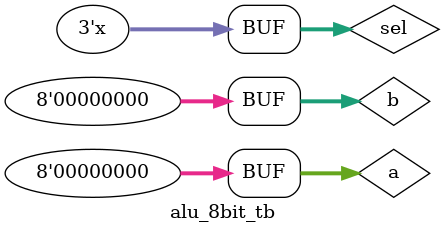
<source format=v>
module alu(a,b,sel,c,borrow,carry,equal,less,more);
  input [7:0]a,b;
  input [2:0]sel;
  output reg [7:0]c;
  output reg borrow,carry,equal,less,more;
  reg [8:0]temp;

  initial begin 
    borrow=1'b0;
    carry=1'b0;
    equal=1'b0;
    less=1'b0;
    more=1'b0;
  end
    
  always@(*)
  begin
    case(sel)
    3'b000: begin 
                temp=a+b; 
                c=temp[7:0];
                borrow=0;
                carry=temp[8];
                equal=1'b0;
                less=1'b0;
                more=1'b0;
            end
              
    3'b001: begin 
                temp=a-b; 
                c=temp[7:0];
                borrow=temp[8];
                carry=0;
                equal=1'b0;
                less=1'b0;
                more=1'b0;
            end 
            
    3'b010: begin 
                c=a^b; 
                borrow=0;
                carry=0;
                equal=1'b0;
                less=1'b0;
                more=1'b0;
            end 
             
    3'b011: begin 
                c=a&b; 
                borrow=0;
                carry=0;
                equal=1'b0;
                less=1'b0;
                more=1'b0;
            end
    
    3'b100: begin 
                c=~(a|b); 
                borrow=0;
                carry=0;
                equal=1'b0;
                less=1'b0;
                more=1'b0;
            end 
             
    3'b101: begin 
                c=~(a&b); 
                borrow=0;
                carry=0;
                equal=1'b0;
                less=1'b0;
                more=1'b0;
            end
            
    3'b110: begin
              c=8'b0;
              borrow=0;
              carry=0;
              if(a>b)
                begin
                  equal=1'b0;
                  less=1'b0;
                   more=1'b1;
                end
              else if(b>a)
                begin
                  equal=1'b0;
                  less=1'b1;
                  more=1'b0;
                end
              else
                begin
                  equal=1'b1;
                  less=1'b0;
                  more=1'b0;
                end
             end
    endcase  
  end
      
endmodule


module alu_8bit_tb;
  parameter T=80;
  reg [7:0]a,b;
  reg [2:0]sel;
  wire [7:0]c;
  wire borrow,carry,equal,less,more;
  
  alu uut(a,b,sel,c,borrow,carry,equal,less,more);
  
  initial begin
    a=0; b=0; sel=0;
    #T a=8'hff; b=8'h00;
    #T a=8'hff; b=8'hff;
    #T a=8'h00; b=8'hff;
    #T a=8'h00; b=8'h00;
  end
  
  always #10 sel=sel+1;
  
endmodule
  
  
  

</source>
